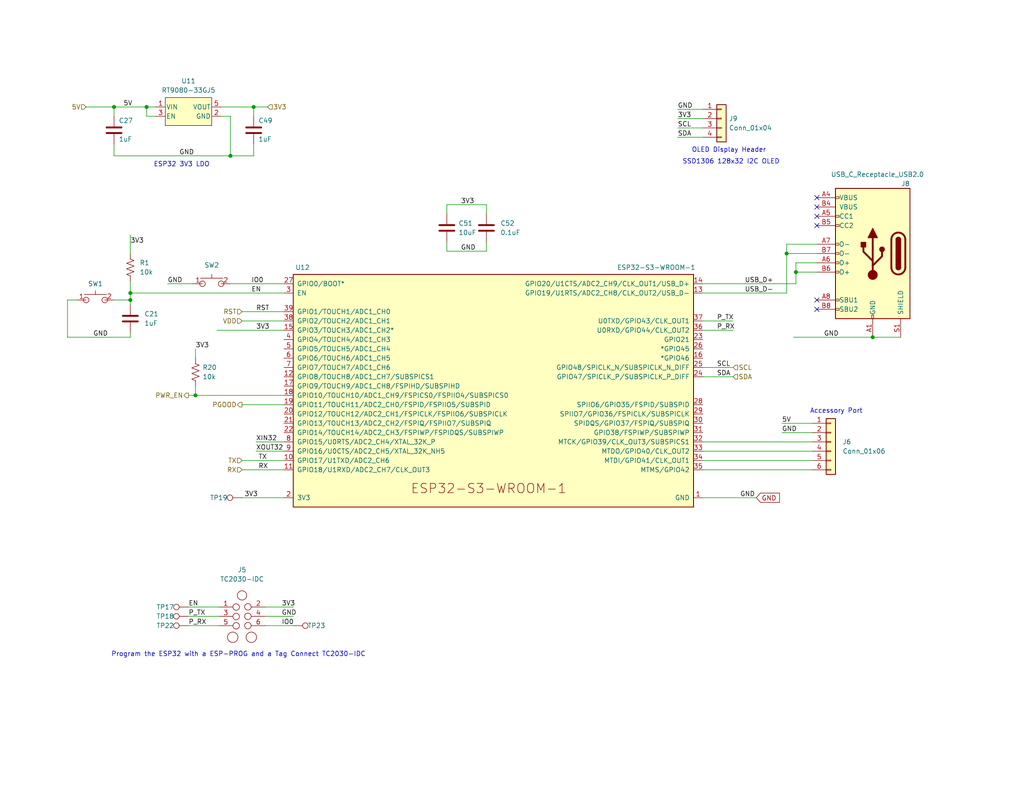
<source format=kicad_sch>
(kicad_sch (version 20231120) (generator "eeschema") (generator_version "8.0")
  (paper "A")
  (title_block (title "Bitaxe Ultra") (date "2024-06-19") (rev "206"))
  (lib_symbols
    (symbol "Connector:TestPoint" (pin_numbers hide) (pin_names (offset 0.762) hide)
      (property "Reference" "TP" (at 0 6.858 0))
      (property "Value" "TestPoint" (at 0 5.08 0))
      (symbol "TestPoint_0_1"
        (circle (center 0 3.302) (radius 0.762))
      )
      (symbol "TestPoint_1_1"
        (pin passive line (at 0 0 90) (length 2.54) (name "1") (number "1"))
      )
    )
    (symbol "Connector_Generic:Conn_01x04" (pin_names (offset 1.016) hide)
      (property "Reference" "J" (at 0 5.08 0))
      (property "Value" "Conn_01x04" (at 0 -7.62 0))
      (symbol "Conn_01x04_1_1"
        (rectangle (start -1.27 -4.953) (end 0 -5.207) (stroke (width 0.1524)))
        (rectangle (start -1.27 -2.413) (end 0 -2.667) (stroke (width 0.1524)))
        (rectangle (start -1.27 0.127) (end 0 -0.127) (stroke (width 0.1524)))
        (rectangle (start -1.27 2.667) (end 0 2.413) (stroke (width 0.1524)))
        (rectangle (start -1.27 3.81) (end 1.27 -6.35) (stroke (width 0.254)) (fill (type background)))
        (pin passive line (at -5.08 2.54 0) (length 3.81) (name "Pin_1") (number "1"))
        (pin passive line (at -5.08 0 0) (length 3.81) (name "Pin_2") (number "2"))
        (pin passive line (at -5.08 -2.54 0) (length 3.81) (name "Pin_3") (number "3"))
        (pin passive line (at -5.08 -5.08 0) (length 3.81) (name "Pin_4") (number "4"))
      )
    )
    (symbol "Connector_Generic:Conn_01x06" (pin_names (offset 1.016) hide)
      (property "Reference" "J" (at 0 7.62 0))
      (property "Value" "Conn_01x06" (at 0 -10.16 0))
      (symbol "Conn_01x06_1_1"
        (rectangle (start -1.27 -7.493) (end 0 -7.747) (stroke (width 0.1524)))
        (rectangle (start -1.27 -4.953) (end 0 -5.207) (stroke (width 0.1524)))
        (rectangle (start -1.27 -2.413) (end 0 -2.667) (stroke (width 0.1524)))
        (rectangle (start -1.27 0.127) (end 0 -0.127) (stroke (width 0.1524)))
        (rectangle (start -1.27 2.667) (end 0 2.413) (stroke (width 0.1524)))
        (rectangle (start -1.27 5.207) (end 0 4.953) (stroke (width 0.1524)))
        (rectangle (start -1.27 6.35) (end 1.27 -8.89) (stroke (width 0.254)) (fill (type background)))
        (pin passive line (at -5.08 5.08 0) (length 3.81) (name "Pin_1") (number "1"))
        (pin passive line (at -5.08 2.54 0) (length 3.81) (name "Pin_2") (number "2"))
        (pin passive line (at -5.08 0 0) (length 3.81) (name "Pin_3") (number "3"))
        (pin passive line (at -5.08 -2.54 0) (length 3.81) (name "Pin_4") (number "4"))
        (pin passive line (at -5.08 -5.08 0) (length 3.81) (name "Pin_5") (number "5"))
        (pin passive line (at -5.08 -7.62 0) (length 3.81) (name "Pin_6") (number "6"))
      )
    )
    (symbol "Device:C" (pin_numbers hide) (pin_names (offset 0.254))
      (property "Reference" "C" (at 0.635 2.54 0))
      (property "Value" "C" (at 0.635 -2.54 0))
      (symbol "C_0_1"
        (polyline (pts (xy -2.032 -0.762) (xy 2.032 -0.762)) (stroke (width 0.508)))
        (polyline (pts (xy -2.032 0.762) (xy 2.032 0.762)) (stroke (width 0.508)))
      )
      (symbol "C_1_1"
        (pin passive line (at 0 3.81 270) (length 2.794) (name "~") (number "1"))
        (pin passive line (at 0 -3.81 90) (length 2.794) (name "~") (number "2"))
      )
    )
    (symbol "Device:R_US" (pin_numbers hide) (pin_names (offset 0))
      (property "Reference" "R" (at 2.54 0 90))
      (property "Value" "R_US" (at -2.54 0 90))
      (symbol "R_US_0_1"
        (polyline (pts (xy 0 -2.286) (xy 0 -2.54)))
        (polyline (pts (xy 0 2.286) (xy 0 2.54)))
        (polyline (pts (xy 0 -0.762) (xy 1.016 -1.143) (xy 0 -1.524) (xy -1.016 -1.905) (xy 0 -2.286)))
        (polyline (pts (xy 0 0.762) (xy 1.016 0.381) (xy 0 0) (xy -1.016 -0.381) (xy 0 -0.762)))
        (polyline (pts (xy 0 2.286) (xy 1.016 1.905) (xy 0 1.524) (xy -1.016 1.143) (xy 0 0.762)))
      )
      (symbol "R_US_1_1"
        (pin passive line (at 0 3.81 270) (length 1.27) (name "~") (number "1"))
        (pin passive line (at 0 -3.81 90) (length 1.27) (name "~") (number "2"))
      )
    )
    (symbol "bitaxe:ESP32-S3-WROOM-1" (pin_names (offset 1.016))
      (property "Reference" "U12" (at -50.8 34.925 0))
      (property "Value" "ESP32-S3-WROOM-1" (at 45.72 34.925 0))
      (symbol "ESP32-S3-WROOM-1_0_0"
        (rectangle (start -53.34 33.02) (end 55.88 -30.48) (stroke (width 0.254)) (fill (type background)))
        (text "ESP32-S3-WROOM-1" (at 0 -25.4 0) (effects (font (size 2.54 2.54))))
        (pin power_in line (at 58.42 -27.94 180) (length 2.54) (name "GND") (number "1"))
        (pin bidirectional line (at -55.88 -17.78 0) (length 2.54) (name "GPIO17/U1TXD/ADC2_CH6") (number "10"))
        (pin bidirectional line (at -55.88 -20.32 0) (length 2.54) (name "GPIO18/U1RXD/ADC2_CH7/CLK_OUT3") (number "11"))
        (pin bidirectional line (at -55.88 5.08 0) (length 2.54) (name "GPIO8/TOUCH8/ADC1_CH7/SUBSPICS1") (number "12"))
        (pin bidirectional line (at 58.42 27.94 180) (length 2.54) (name "GPIO19/U1RTS/ADC2_CH8/CLK_OUT2/USB_D-") (number "13"))
        (pin bidirectional line (at 58.42 30.48 180) (length 2.54) (name "GPIO20/U1CTS/ADC2_CH9/CLK_OUT1/USB_D+") (number "14"))
        (pin bidirectional line (at -55.88 17.78 0) (length 2.54) (name "GPIO3/TOUCH3/ADC1_CH2*") (number "15"))
        (pin bidirectional line (at 58.42 10.16 180) (length 2.54) (name "*GPIO46") (number "16"))
        (pin bidirectional line (at -55.88 2.54 0) (length 2.54) (name "GPIO9/TOUCH9/ADC1_CH8/FSPIHD/SUBSPIHD") (number "17"))
        (pin bidirectional line (at -55.88 0 0) (length 2.54) (name "GPIO10/TOUCH10/ADC1_CH9/FSPICS0/FSPIIO4/SUBSPICS0") (number "18"))
        (pin bidirectional line (at -55.88 -2.54 0) (length 2.54) (name "GPIO11/TOUCH11/ADC2_CH0/FSPID/FSPIIO5/SUBSPID") (number "19"))
        (pin power_in line (at -55.88 -27.94 0) (length 2.54) (name "3V3") (number "2"))
        (pin bidirectional line (at -55.88 -5.08 0) (length 2.54) (name "GPIO12/TOUCH12/ADC2_CH1/FSPICLK/FSPIIO6/SUBSPICLK") (number "20"))
        (pin bidirectional line (at -55.88 -7.62 0) (length 2.54) (name "GPIO13/TOUCH13/ADC2_CH2/FSPIQ/FSPIIO7/SUBSPIQ") (number "21"))
        (pin bidirectional line (at -55.88 -10.16 0) (length 2.54) (name "GPIO14/TOUCH14/ADC2_CH3/FSPIWP/FSPIDQS/SUBSPIWP") (number "22"))
        (pin bidirectional line (at 58.42 15.24 180) (length 2.54) (name "GPIO21") (number "23"))
        (pin bidirectional line (at 58.42 5.08 180) (length 2.54) (name "GPIO47/SPICLK_P/SUBSPICLK_P_DIFF") (number "24"))
        (pin bidirectional line (at 58.42 7.62 180) (length 2.54) (name "GPIO48/SPICLK_N/SUBSPICLK_N_DIFF") (number "25"))
        (pin bidirectional line (at 58.42 12.7 180) (length 2.54) (name "*GPIO45") (number "26"))
        (pin bidirectional line (at -55.88 30.48 0) (length 2.54) (name "GPIO0/BOOT*") (number "27"))
        (pin bidirectional line (at 58.42 -2.54 180) (length 2.54) (name "SPIIO6/GPIO35/FSPID/SUBSPID") (number "28"))
        (pin bidirectional line (at 58.42 -5.08 180) (length 2.54) (name "SPIIO7/GPIO36/FSPICLK/SUBSPICLK") (number "29"))
        (pin input line (at -55.88 27.94 0) (length 2.54) (name "EN") (number "3"))
        (pin bidirectional line (at 58.42 -7.62 180) (length 2.54) (name "SPIDQS/GPIO37/FSPIQ/SUBSPIQ") (number "30"))
        (pin bidirectional line (at 58.42 -10.16 180) (length 2.54) (name "GPIO38/FSPIWP/SUBSPIWP") (number "31"))
        (pin bidirectional line (at 58.42 -12.7 180) (length 2.54) (name "MTCK/GPIO39/CLK_OUT3/SUBSPICS1") (number "32"))
        (pin bidirectional line (at 58.42 -15.24 180) (length 2.54) (name "MTDO/GPIO40/CLK_OUT2") (number "33"))
        (pin bidirectional line (at 58.42 -17.78 180) (length 2.54) (name "MTDI/GPIO41/CLK_OUT1") (number "34"))
        (pin bidirectional line (at 58.42 -20.32 180) (length 2.54) (name "MTMS/GPIO42") (number "35"))
        (pin bidirectional line (at 58.42 17.78 180) (length 2.54) (name "U0RXD/GPIO44/CLK_OUT2") (number "36"))
        (pin bidirectional line (at 58.42 20.32 180) (length 2.54) (name "U0TXD/GPIO43/CLK_OUT1") (number "37"))
        (pin bidirectional line (at -55.88 20.32 0) (length 2.54) (name "GPIO2/TOUCH2/ADC1_CH1") (number "38"))
        (pin bidirectional line (at -55.88 22.86 0) (length 2.54) (name "GPIO1/TOUCH1/ADC1_CH0") (number "39"))
        (pin bidirectional line (at -55.88 15.24 0) (length 2.54) (name "GPIO4/TOUCH4/ADC1_CH3") (number "4"))
        (pin passive line (at 58.42 -27.94 180) (length 2.54) hide (name "GND") (number "40"))
        (pin passive line (at 58.42 -27.94 180) (length 2.54) hide (name "GND") (number "41"))
        (pin bidirectional line (at -55.88 12.7 0) (length 2.54) (name "GPIO5/TOUCH5/ADC1_CH4") (number "5"))
        (pin bidirectional line (at -55.88 10.16 0) (length 2.54) (name "GPIO6/TOUCH6/ADC1_CH5") (number "6"))
        (pin bidirectional line (at -55.88 7.62 0) (length 2.54) (name "GPIO7/TOUCH7/ADC1_CH6") (number "7"))
        (pin bidirectional line (at -55.88 -12.7 0) (length 2.54) (name "GPIO15/U0RTS/ADC2_CH4/XTAL_32K_P") (number "8"))
        (pin bidirectional line (at -55.88 -15.24 0) (length 2.54) (name "GPIO16/U0CTS/ADC2_CH5/XTAL_32K_NH5") (number "9"))
      )
    )
    (symbol "bitaxe:GT-TC029B-H025-L1N"
      (property "Reference" "SW2" (at 0 3.81 0))
      (symbol "GT-TC029B-H025-L1N_0_1"
        (circle (center -2.54 0) (radius 0.76))
        (polyline (pts (xy -3.05 1.52) (xy 3.05 1.52)))
        (polyline (pts (xy 0 1.52) (xy 0 2.54)))
        (circle (center 2.54 0) (radius 0.76))
        (pin unspecified line (at -5.08 0 0) (length 2.54) (name "~") (number "1"))
        (pin unspecified line (at 5.08 0 180) (length 2.54) (name "~") (number "2"))
      )
    )
    (symbol "bitaxe:RT9080-33GJ5" (pin_names (offset 0.254))
      (property "Reference" "U" (at -6.35 5.08 0))
      (property "Value" "RT9080-33GJ5" (at 0 -5.08 0))
      (symbol "RT9080-33GJ5_1_1"
        (rectangle (start -6.35 3.81) (end 6.35 -3.81) (stroke (width 0.1524)) (fill (type background)))
        (pin power_in line (at -8.89 1.27 0) (length 2.54) (name "VIN") (number "1"))
        (pin power_in line (at 8.89 -1.27 180) (length 2.54) (name "GND") (number "2"))
        (pin input line (at -8.89 -1.27 0) (length 2.54) (name "EN") (number "3"))
        (pin no_connect line (at 0 6.35 270) (length 2.54) hide (name "NC") (number "4"))
        (pin output line (at 8.89 1.27 180) (length 2.54) (name "VOUT") (number "5"))
      )
    )
    (symbol "bitaxe:TC2030-IDC-NL" (pin_names (offset 1.016) hide)
      (property "Reference" "J5" (at 0 12.7 0))
      (property "Value" "TC2030-IDC" (at 0 10.16 0))
      (symbol "TC2030-IDC-NL_0_1"
        (circle (center -2.54 -5.715) (radius 1.4224))
        (circle (center -1.6002 2.54) (radius 0.889))
        (circle (center 0 5.715) (radius 1.27))
      )
      (symbol "TC2030-IDC-NL_1_1"
        (circle (center -1.6002 -2.5908) (radius 0.889))
        (circle (center -1.6002 -0.0508) (radius 0.889))
        (circle (center 1.6002 -2.54) (radius 0.889))
        (circle (center 1.6002 0) (radius 0.889))
        (circle (center 1.6002 2.5908) (radius 0.889))
        (circle (center 2.54 -5.715) (radius 1.4224))
        (pin passive line (at -6.35 2.54 0) (length 3.81) (name "Pin_1") (number "1"))
        (pin passive line (at 6.35 2.54 180) (length 3.81) (name "Pin_2") (number "2"))
        (pin passive line (at -6.35 0 0) (length 3.81) (name "Pin_3") (number "3"))
        (pin passive line (at 6.35 0 180) (length 3.81) (name "Pin_4") (number "4"))
        (pin passive line (at -6.35 -2.54 0) (length 3.81) (name "Pin_5") (number "5"))
        (pin passive line (at 6.35 -2.54 180) (length 3.81) (name "Pin_6") (number "6"))
      )
    )
    (symbol "bitaxe:USB_C_Receptacle_USB2.0" (pin_names (offset 1.016))
      (property "Reference" "J" (at -10.16 19.05 0))
      (property "Value" "USB_C_Receptacle_USB2.0" (at 19.05 19.05 0))
      (symbol "USB_C_Receptacle_USB2.0_0_0"
        (rectangle (start -0.254 -17.78) (end 0.254 -16.764))
        (rectangle (start 10.16 -14.986) (end 9.144 -15.494))
        (rectangle (start 10.16 -12.446) (end 9.144 -12.954))
        (rectangle (start 10.16 -4.826) (end 9.144 -5.334))
        (rectangle (start 10.16 -2.286) (end 9.144 -2.794))
        (rectangle (start 10.16 0.254) (end 9.144 -0.254))
        (rectangle (start 10.16 2.794) (end 9.144 2.286))
        (rectangle (start 10.16 7.874) (end 9.144 7.366))
        (rectangle (start 10.16 10.414) (end 9.144 9.906))
        (rectangle (start 10.16 15.494) (end 9.144 14.986))
      )
      (symbol "USB_C_Receptacle_USB2.0_0_1"
        (rectangle (start -10.16 17.78) (end 10.16 -17.78) (stroke (width 0.254)) (fill (type background)))
        (arc (start -8.89 -3.81) (mid -6.985 -5.7067) (end -5.08 -3.81) (stroke (width 0.508)))
        (arc (start -7.62 -3.81) (mid -6.985 -4.4423) (end -6.35 -3.81) (stroke (width 0.254)))
        (arc (start -7.62 -3.81) (mid -6.985 -4.4423) (end -6.35 -3.81) (stroke (width 0.254)) (fill (type outline)))
        (rectangle (start -7.62 -3.81) (end -6.35 3.81) (stroke (width 0.254)) (fill (type outline)))
        (arc (start -6.35 3.81) (mid -6.985 4.4423) (end -7.62 3.81) (stroke (width 0.254)))
        (arc (start -6.35 3.81) (mid -6.985 4.4423) (end -7.62 3.81) (stroke (width 0.254)) (fill (type outline)))
        (arc (start -5.08 3.81) (mid -6.985 5.7067) (end -8.89 3.81) (stroke (width 0.508)))
        (circle (center -2.54 1.143) (radius 0.635) (stroke (width 0.254)) (fill (type outline)))
        (circle (center 0 -5.842) (radius 1.27) (fill (type outline)))
        (polyline (pts (xy -8.89 -3.81) (xy -8.89 3.81)) (stroke (width 0.508)))
        (polyline (pts (xy -5.08 3.81) (xy -5.08 -3.81)) (stroke (width 0.508)))
        (polyline (pts (xy 0 -5.842) (xy 0 4.318)) (stroke (width 0.508)))
        (polyline (pts (xy 0 -3.302) (xy -2.54 -0.762) (xy -2.54 0.508)) (stroke (width 0.508)))
        (polyline (pts (xy 0 -2.032) (xy 2.54 0.508) (xy 2.54 1.778)) (stroke (width 0.508)))
        (polyline (pts (xy -1.27 4.318) (xy 0 6.858) (xy 1.27 4.318) (xy -1.27 4.318)) (stroke (width 0.254)) (fill (type outline)))
        (rectangle (start 1.905 1.778) (end 3.175 3.048) (stroke (width 0.254)) (fill (type outline)))
      )
      (symbol "USB_C_Receptacle_USB2.0_1_1"
        (pin passive line (at 0 -22.86 90) (length 5.08) (name "GND") (number "A1"))
        (pin passive line (at 15.24 15.24 180) (length 5.08) (name "VBUS") (number "A4"))
        (pin bidirectional line (at 15.24 10.16 180) (length 5.08) (name "CC1") (number "A5"))
        (pin bidirectional line (at 15.24 -2.54 180) (length 5.08) (name "D+") (number "A6"))
        (pin bidirectional line (at 15.24 2.54 180) (length 5.08) (name "D-") (number "A7"))
        (pin bidirectional line (at 15.24 -12.7 180) (length 5.08) (name "SBU1") (number "A8"))
        (pin passive line (at 0 -22.86 90) (length 5.08) hide (name "GND") (number "B1"))
        (pin passive line (at 15.24 12.7 180) (length 5.08) (name "VBUS") (number "B4"))
        (pin bidirectional line (at 15.24 7.62 180) (length 5.08) (name "CC2") (number "B5"))
        (pin bidirectional line (at 15.24 -5.08 180) (length 5.08) (name "D+") (number "B6"))
        (pin bidirectional line (at 15.24 0 180) (length 5.08) (name "D-") (number "B7"))
        (pin bidirectional line (at 15.24 -15.24 180) (length 5.08) (name "SBU2") (number "B8"))
        (pin passive line (at -7.62 -22.86 90) (length 5.08) (name "SHIELD") (number "S1"))
      )
    )
  )
  (junction (at 214.63 69.215))
  (junction (at 238.125 92.075))
  (junction (at 62.865 42.545))
  (junction (at 217.17 74.295))
  (junction (at 53.34 107.95))
  (junction (at 40.005 29.21))
  (junction (at 35.56 80.01))
  (junction (at 35.56 81.915))
  (junction (at 69.215 29.21))
  (junction (at 31.115 29.21))
  (no_connect (at 222.885 81.915))
  (no_connect (at 222.885 61.595))
  (no_connect (at 222.885 53.975))
  (no_connect (at 222.885 56.515))
  (no_connect (at 222.885 59.055))
  (no_connect (at 222.885 84.455))
  (wire (pts (xy 121.92 55.88) (xy 121.92 58.42)))
  (wire (pts (xy 191.77 128.27) (xy 221.615 128.27)))
  (wire (pts (xy 31.115 29.21) (xy 31.115 31.75)))
  (wire (pts (xy 216.535 92.075) (xy 238.125 92.075)))
  (wire (pts (xy 35.56 80.01) (xy 35.56 81.915)))
  (wire (pts (xy 213.36 115.57) (xy 221.615 115.57)))
  (wire (pts (xy 60.325 31.75) (xy 62.865 31.75)))
  (wire (pts (xy 72.39 168.275) (xy 80.01 168.275)))
  (wire (pts (xy 69.215 39.37) (xy 69.215 42.545)))
  (wire (pts (xy 66.04 110.49) (xy 77.47 110.49)))
  (wire (pts (xy 132.715 68.58) (xy 121.92 68.58)))
  (wire (pts (xy 238.125 92.075) (xy 245.745 92.075)))
  (wire (pts (xy 62.865 31.75) (xy 62.865 42.545)))
  (wire (pts (xy 35.56 76.835) (xy 35.56 80.01)))
  (wire (pts (xy 72.39 165.735) (xy 80.01 165.735)))
  (wire (pts (xy 69.215 29.21) (xy 69.215 31.75)))
  (wire (pts (xy 77.47 125.73) (xy 66.04 125.73)))
  (wire (pts (xy 132.715 66.04) (xy 132.715 68.58)))
  (wire (pts (xy 40.005 29.21) (xy 42.545 29.21)))
  (wire (pts (xy 191.77 125.73) (xy 221.615 125.73)))
  (wire (pts (xy 18.415 81.915) (xy 18.415 92.075)))
  (wire (pts (xy 69.85 120.65) (xy 77.47 120.65)))
  (wire (pts (xy 77.47 85.09) (xy 66.04 85.09)))
  (wire (pts (xy 45.72 77.47) (xy 52.705 77.47)))
  (wire (pts (xy 214.63 69.215) (xy 214.63 80.01)))
  (wire (pts (xy 31.115 81.915) (xy 35.56 81.915)))
  (wire (pts (xy 23.495 29.21) (xy 31.115 29.21)))
  (wire (pts (xy 18.415 92.075) (xy 35.56 92.075)))
  (wire (pts (xy 72.39 170.815) (xy 80.01 170.815)))
  (wire (pts (xy 217.17 74.295) (xy 222.885 74.295)))
  (wire (pts (xy 213.36 118.11) (xy 221.615 118.11)))
  (wire (pts (xy 69.85 123.19) (xy 77.47 123.19)))
  (wire (pts (xy 184.912 29.845) (xy 191.77 29.845)))
  (wire (pts (xy 35.56 81.915) (xy 35.56 83.185)))
  (wire (pts (xy 191.77 90.17) (xy 200.025 90.17)))
  (wire (pts (xy 35.56 80.01) (xy 77.47 80.01)))
  (wire (pts (xy 222.885 66.675) (xy 214.63 66.675)))
  (wire (pts (xy 77.47 128.27) (xy 66.04 128.27)))
  (wire (pts (xy 214.63 69.215) (xy 222.885 69.215)))
  (wire (pts (xy 51.435 170.815) (xy 59.69 170.815)))
  (wire (pts (xy 191.77 102.87) (xy 200.025 102.87)))
  (wire (pts (xy 69.215 29.21) (xy 73.025 29.21)))
  (wire (pts (xy 31.115 29.21) (xy 40.005 29.21)))
  (wire (pts (xy 51.435 107.95) (xy 53.34 107.95)))
  (wire (pts (xy 184.912 34.925) (xy 191.77 34.925)))
  (wire (pts (xy 53.34 107.95) (xy 77.47 107.95)))
  (wire (pts (xy 191.77 135.89) (xy 206.375 135.89)))
  (wire (pts (xy 51.435 168.275) (xy 59.69 168.275)))
  (wire (pts (xy 31.115 42.545) (xy 31.115 39.37)))
  (wire (pts (xy 66.04 87.63) (xy 77.47 87.63)))
  (wire (pts (xy 35.56 90.805) (xy 35.56 92.075)))
  (wire (pts (xy 121.92 68.58) (xy 121.92 66.04)))
  (wire (pts (xy 59.182 90.17) (xy 77.47 90.17)))
  (wire (pts (xy 62.865 77.47) (xy 77.47 77.47)))
  (wire (pts (xy 191.77 120.65) (xy 221.615 120.65)))
  (wire (pts (xy 42.545 31.75) (xy 40.005 31.75)))
  (wire (pts (xy 51.435 165.735) (xy 59.69 165.735)))
  (wire (pts (xy 191.77 77.47) (xy 217.17 77.47)))
  (wire (pts (xy 191.77 100.33) (xy 200.025 100.33)))
  (wire (pts (xy 217.17 74.295) (xy 217.17 71.755)))
  (wire (pts (xy 20.955 81.915) (xy 18.415 81.915)))
  (wire (pts (xy 217.17 77.47) (xy 217.17 74.295)))
  (wire (pts (xy 191.77 87.63) (xy 200.025 87.63)))
  (wire (pts (xy 40.005 31.75) (xy 40.005 29.21)))
  (wire (pts (xy 191.77 123.19) (xy 221.615 123.19)))
  (wire (pts (xy 132.715 55.88) (xy 121.92 55.88)))
  (wire (pts (xy 53.34 105.41) (xy 53.34 107.95)))
  (wire (pts (xy 217.17 71.755) (xy 222.885 71.755)))
  (wire (pts (xy 191.77 80.01) (xy 214.63 80.01)))
  (wire (pts (xy 53.34 97.79) (xy 53.34 95.25)))
  (wire (pts (xy 66.04 135.89) (xy 77.47 135.89)))
  (wire (pts (xy 184.912 37.465) (xy 191.77 37.465)))
  (wire (pts (xy 132.715 58.42) (xy 132.715 55.88)))
  (wire (pts (xy 184.912 32.385) (xy 191.77 32.385)))
  (wire (pts (xy 69.215 42.545) (xy 62.865 42.545)))
  (wire (pts (xy 35.56 64.135) (xy 35.56 69.215)))
  (wire (pts (xy 60.325 29.21) (xy 69.215 29.21)))
  (wire (pts (xy 214.63 66.675) (xy 214.63 69.215)))
  (wire (pts (xy 62.865 42.545) (xy 31.115 42.545)))
  (text "Accessory Port" (at 220.98 113.03 0) (effects (font (size 1.27 1.27)) (justify left bottom)))
  (text "ESP32 3V3 LDO" (at 41.91 45.72 0) (effects (font (size 1.27 1.27)) (justify left bottom)))
  (text "Program the ESP32 with a ESP-PROG and a Tag Connect TC2030-IDC" (at 30.353 179.451 0) (effects (font (size 1.27 1.27)) (justify left bottom)))
  (text "SSD1306 128x32 I2C OLED" (at 186.182 44.958 0) (effects (font (size 1.27 1.27)) (justify left bottom)))
  (text "OLED Display Header" (at 188.722 41.783 0) (effects (font (size 1.27 1.27)) (justify left bottom)))
  (label "P_RX" (at 51.435 170.815 0))
  (label "RST" (at 69.85 85.09 0))
  (label "P_TX" (at 51.435 168.275 0))
  (label "3V3" (at 53.34 95.25 0))
  (label "EN" (at 51.435 165.735 0))
  (label "GND" (at 184.912 29.845 0))
  (label "5V" (at 213.36 115.57 0))
  (label "GND" (at 224.79 92.075 0))
  (label "EN" (at 68.58 80.01 0))
  (label "P_RX" (at 195.58 90.17 0))
  (label "IO0" (at 68.58 77.47 0))
  (label "GND" (at 125.73 68.58 0))
  (label "3V3" (at 66.675 135.89 0))
  (label "USB_D-" (at 203.2 80.01 0))
  (label "SDA" (at 195.58 102.87 0))
  (label "XIN32" (at 69.85 120.65 0))
  (label "TX" (at 70.485 125.73 0))
  (label "3V3" (at 76.835 165.735 0))
  (label "3V3" (at 69.85 90.17 0))
  (label "IO0" (at 76.835 170.815 0))
  (label "SCL" (at 195.58 100.33 0))
  (label "XOUT32" (at 69.85 123.19 0))
  (label "SCL" (at 184.912 34.925 0))
  (label "GND" (at 213.36 118.11 0))
  (label "GND" (at 201.93 135.89 0))
  (label "GND" (at 45.72 77.47 0))
  (label "SDA" (at 184.912 37.465 0))
  (label "3V3" (at 125.73 55.88 0))
  (label "P_TX" (at 195.58 87.63 0))
  (label "3V3" (at 184.912 32.385 0))
  (label "GND" (at 25.4 92.075 0))
  (label "5V" (at 33.655 29.21 0))
  (label "USB_D+" (at 203.2 77.47 0))
  (label "GND" (at 76.835 168.275 0))
  (label "GND" (at 48.895 42.545 0))
  (label "3V3" (at 35.56 66.675 0))
  (label "RX" (at 70.485 128.27 0))
  (global_label "GND" (shape input) (at 206.375 135.89 0) (property "Intersheetrefs" "${INTERSHEET_REFS}" (effects (hide yes))))
  (hierarchical_label "TX" (shape input) (at 66.04 125.73 180))
  (hierarchical_label "RX" (shape input) (at 66.04 128.27 180))
  (hierarchical_label "3V3" (shape input) (at 73.025 29.21 0))
  (hierarchical_label "SCL" (shape input) (at 200.025 100.33 0))
  (hierarchical_label "RST" (shape input) (at 66.04 85.09 180))
  (hierarchical_label "SDA" (shape input) (at 200.025 102.87 0))
  (hierarchical_label "PGOOD" (shape output) (at 66.04 110.49 180))
  (hierarchical_label "PWR_EN" (shape output) (at 51.435 107.95 180))
  (hierarchical_label "5V" (shape input) (at 23.495 29.21 180))
  (hierarchical_label "VDD" (shape input) (at 66.04 87.63 180))
  (symbol (lib_id "Device:C") (at 35.56 86.995 0) (unit 1)
    (property "Reference" "C21" (at 39.37 85.7249 0) (effects (justify left)))
    (property "Value" "1uF" (at 39.37 88.2649 0) (effects (justify left)))
    (property "Footprint" "Capacitor_SMD:C_0402_1005Metric" (effects (hide yes)))
    (property "DK" "587-5514-1-ND" (effects (hide yes)))
    (property "PARTNO" "EMK105BJ105MV-F" (effects (hide yes)))
  )
  (symbol (lib_id "Connector_Generic:Conn_01x06") (at 226.695 120.65 0) (unit 1) (in_bom no)
    (property "Reference" "J6" (at 229.87 120.65 0) (effects (justify left)))
    (property "Value" "Conn_01x06" (at 229.87 123.19 0) (effects (justify left)))
    (property "Footprint" "Connector_PinHeader_2.54mm:PinHeader_1x06_P2.54mm_Vertical" (effects (hide yes)))
  )
  (symbol (lib_id "Device:C") (at 132.715 62.23 0) (unit 1)
    (property "Reference" "C52" (at 136.525 60.9599 0) (effects (justify left)))
    (property "Value" "0.1uF" (at 136.525 63.4999 0) (effects (justify left)))
    (property "Footprint" "Capacitor_SMD:C_0402_1005Metric" (effects (hide yes)))
    (property "DK" "478-KGM05AR71C104KHTR-ND" (effects (hide yes)))
    (property "PARTNO" "KGM05AR71C104KH" (effects (hide yes)))
  )
  (symbol (lib_id "Connector_Generic:Conn_01x04") (at 196.85 32.385 0) (unit 1)
    (property "Reference" "J9" (at 198.882 32.3849 0) (effects (justify left)))
    (property "Value" "Conn_01x04" (at 198.882 34.9249 0) (effects (justify left)))
    (property "Footprint" "bitaxe:PinHeader_1x04_P2.54mm_Vertical_shifted" (effects (hide yes)))
    (property "DK" "S5596-ND" (effects (hide yes)))
    (property "PARTNO" "NPTC041KFXC-RC" (effects (hide yes)))
  )
  (symbol (lib_id "bitaxe:GT-TC029B-H025-L1N") (at 57.785 77.47 0) (unit 1)
    (property "Reference" "SW2" (at 57.785 72.39 0))
    (property "Value" "GT-TC029B-H025-L1N" (effects (hide yes)))
    (property "Footprint" "bitaxe:SW_CS1213AGF260_CRS" (effects (hide yes)))
    (property "Datasheet" "https://www.citrelay.com/Catalog%20Pages/SwitchCatalog/CS1213.pdf" (effects (hide yes)))
    (property "DK" "2449-CS1213AGF260CT-ND" (effects (hide yes)))
    (property "PARTNO" "CS1213AGF260" (effects (hide yes)))
  )
  (symbol (lib_id "bitaxe:RT9080-33GJ5") (at 51.435 30.48 0) (unit 1)
    (property "Reference" "U11" (at 51.435 22.098 0))
    (property "Value" "RT9080-33GJ5" (at 51.435 24.638 0))
    (property "Footprint" "bitaxe:RT9080-33GJ5" (effects (hide yes)))
    (property "Datasheet" "https://www.richtek.com/assets/product_file/RT9080/DS9080-05.pdf" (effects (hide yes)))
    (property "DK" "1028-1509-1-ND" (effects (hide yes)))
    (property "PARTNO" "RT9080-33GJ5" (effects (hide yes)))
  )
  (symbol (lib_id "Connector:TestPoint") (at 51.435 168.275 90) (mirror x) (unit 1) (in_bom no)
    (property "Reference" "TP18" (at 45.085 168.275 90))
    (property "Value" "TestPoint" (effects (hide yes)))
    (property "Footprint" "TestPoint:TestPoint_Pad_D1.5mm" (effects (hide yes)))
  )
  (symbol (lib_id "Connector:TestPoint") (at 80.01 170.815 270) (mirror x) (unit 1) (in_bom no)
    (property "Reference" "TP23" (at 86.36 170.815 90))
    (property "Value" "TestPoint" (effects (hide yes)))
    (property "Footprint" "TestPoint:TestPoint_Pad_D1.5mm" (effects (hide yes)))
  )
  (symbol (lib_id "Device:R_US") (at 35.56 73.025 0) (unit 1)
    (property "Reference" "R1" (at 38.1 71.7549 0) (effects (justify left)))
    (property "Value" "10k" (at 38.1 74.2949 0) (effects (justify left)))
    (property "Footprint" "Resistor_SMD:R_0402_1005Metric" (effects (hide yes)))
    (property "DK" "311-10KJRCT-ND" (effects (hide yes)))
    (property "PARTNO" "RC0402JR-0710KL" (effects (hide yes)))
  )
  (symbol (lib_id "bitaxe:TC2030-IDC-NL") (at 66.04 168.275 0) (unit 1) (in_bom no)
    (property "Reference" "J5" (at 66.04 155.575 0))
    (property "Value" "TC2030-IDC" (at 66.04 158.115 0))
    (property "Footprint" "bitaxe:Tag-Connect_TC2030-IDC-NL_2x03_P1.27mm_Vertical" (effects (hide yes)))
  )
  (symbol (lib_id "Device:C") (at 69.215 35.56 0) (unit 1)
    (property "Reference" "C49" (at 70.485 33.655 0) (effects (justify left bottom)))
    (property "Value" "1uF" (at 70.485 38.735 0) (effects (justify left bottom)))
    (property "Footprint" "Capacitor_SMD:C_0402_1005Metric" (effects (hide yes)))
    (property "DK" "587-5514-1-ND" (effects (hide yes)))
    (property "PARTNO" "EMK105BJ105MV-F" (effects (hide yes)))
  )
  (symbol (lib_id "Device:C") (at 121.92 62.23 0) (unit 1)
    (property "Reference" "C51" (at 125.095 60.9599 0) (effects (justify left)))
    (property "Value" "10uF" (at 125.095 63.4999 0) (effects (justify left)))
    (property "Footprint" "Capacitor_SMD:C_0805_2012Metric" (effects (hide yes)))
    (property "DK" "1276-1096-1-ND" (effects (hide yes)))
    (property "PARTNO" "CL21A106KOQNNNE" (effects (hide yes)))
  )
  (symbol (lib_id "Device:R_US") (at 53.34 101.6 0) (unit 1)
    (property "Reference" "R20" (at 55.245 100.33 0) (effects (justify left)))
    (property "Value" "10k" (at 55.245 102.87 0) (effects (justify left)))
    (property "Footprint" "Resistor_SMD:R_0402_1005Metric" (effects (hide yes)))
    (property "DK" "311-10KJRCT-ND" (effects (hide yes)))
    (property "PARTNO" "RC0402JR-0710KL" (effects (hide yes)))
  )
  (symbol (lib_id "bitaxe:USB_C_Receptacle_USB2.0") (at 238.125 69.215 0) (mirror y) (unit 1)
    (property "Reference" "J8" (at 248.285 50.165 0) (effects (justify left)))
    (property "Value" "USB_C_Receptacle_USB2.0" (at 226.695 47.625 0) (effects (justify right)))
    (property "Footprint" "Connector_USB:USB_C_Receptacle_GCT_USB4105-xx-A_16P_TopMnt_Horizontal" (effects (hide yes)))
    (property "Datasheet" "https://www.usb.org/sites/default/files/documents/usb_type-c.zip" (effects (hide yes)))
    (property "DK" "2073-USB4105-GF-ACT-ND" (effects (hide yes)))
    (property "PARTNO" "USB4105-GF-A" (effects (hide yes)))
  )
  (symbol (lib_id "Connector:TestPoint") (at 66.04 135.89 90) (mirror x) (unit 1) (in_bom no)
    (property "Reference" "TP19" (at 59.69 135.89 90))
    (property "Value" "TestPoint" (effects (hide yes)))
    (property "Footprint" "TestPoint:TestPoint_Pad_D1.5mm" (effects (hide yes)))
  )
  (symbol (lib_id "Connector:TestPoint") (at 51.435 165.735 90) (mirror x) (unit 1) (in_bom no)
    (property "Reference" "TP17" (at 45.085 165.735 90))
    (property "Value" "TestPoint" (effects (hide yes)))
    (property "Footprint" "TestPoint:TestPoint_Pad_D1.5mm" (effects (hide yes)))
  )
  (symbol (lib_id "Connector:TestPoint") (at 51.435 170.815 90) (mirror x) (unit 1) (in_bom no)
    (property "Reference" "TP22" (at 45.085 170.815 90))
    (property "Value" "TestPoint" (effects (hide yes)))
    (property "Footprint" "TestPoint:TestPoint_Pad_D1.5mm" (effects (hide yes)))
  )
  (symbol (lib_id "Device:C") (at 31.115 35.56 0) (unit 1)
    (property "Reference" "C27" (at 32.385 33.655 0) (effects (justify left bottom)))
    (property "Value" "1uF" (at 32.385 38.735 0) (effects (justify left bottom)))
    (property "Footprint" "Capacitor_SMD:C_0402_1005Metric" (effects (hide yes)))
    (property "DK" "587-5514-1-ND" (effects (hide yes)))
    (property "PARTNO" "EMK105BJ105MV-F" (effects (hide yes)))
  )
  (symbol (lib_id "bitaxe:ESP32-S3-WROOM-1") (at 133.35 107.95 0) (unit 1)
    (property "Reference" "U12" (at 82.55 73.025 0))
    (property "Value" "ESP32-S3-WROOM-1" (at 179.07 73.025 0))
    (property "Footprint" "bitaxe:ESP32-S3-WROOM-1" (effects (hide yes)))
    (property "Datasheet" "https://www.espressif.com/sites/default/files/documentation/esp32-s3-wroom-1_wroom-1u_datasheet_en.pdf" (effects (hide yes)))
    (property "DK" "1965-ESP32-S3-WROOM-1-N16R8CT-ND" (effects (hide yes)))
    (property "PARTNO" "ESP32-S3-WROOM-1-N16R8" (effects (hide yes)))
  )
  (symbol (lib_id "bitaxe:GT-TC029B-H025-L1N") (at 26.035 81.915 0) (unit 1)
    (property "Reference" "SW1" (at 26.035 77.47 0))
    (property "Value" "GT-TC029B-H025-L1N" (effects (hide yes)))
    (property "Footprint" "bitaxe:SW_CS1213AGF260_CRS" (effects (hide yes)))
    (property "Datasheet" "https://www.citrelay.com/Catalog%20Pages/SwitchCatalog/CS1213.pdf" (effects (hide yes)))
    (property "DK" "2449-CS1213AGF260CT-ND" (effects (hide yes)))
    (property "PARTNO" "CS1213AGF260" (effects (hide yes)))
  )
)
</source>
